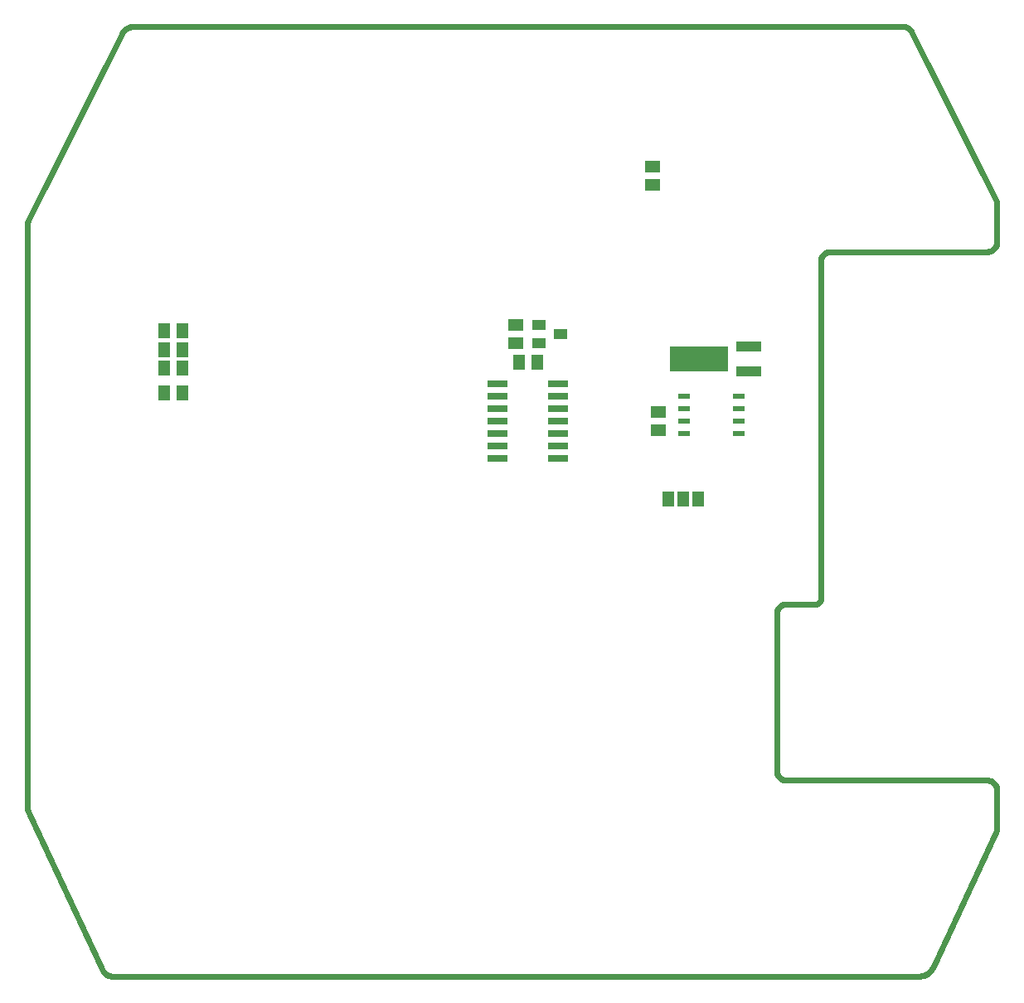
<source format=gbp>
G75*
%MOIN*%
%OFA0B0*%
%FSLAX25Y25*%
%IPPOS*%
%LPD*%
%AMOC8*
5,1,8,0,0,1.08239X$1,22.5*
%
%ADD10C,0.00600*%
%ADD11C,0.02400*%
%ADD12R,0.05118X0.05906*%
%ADD13R,0.08000X0.02600*%
%ADD14R,0.04724X0.02362*%
%ADD15R,0.09843X0.03937*%
%ADD16R,0.23622X0.09843*%
%ADD17R,0.05906X0.05118*%
%ADD18R,0.04600X0.06300*%
%ADD19R,0.05512X0.03937*%
D10*
X0399100Y0314100D02*
X0399240Y0314102D01*
X0399380Y0314108D01*
X0399520Y0314118D01*
X0399660Y0314131D01*
X0399799Y0314149D01*
X0399938Y0314171D01*
X0400075Y0314196D01*
X0400213Y0314225D01*
X0400349Y0314258D01*
X0400484Y0314295D01*
X0400618Y0314336D01*
X0400751Y0314381D01*
X0400883Y0314429D01*
X0401013Y0314481D01*
X0401142Y0314536D01*
X0401269Y0314595D01*
X0401395Y0314658D01*
X0401519Y0314724D01*
X0401640Y0314793D01*
X0401760Y0314866D01*
X0401878Y0314943D01*
X0401993Y0315022D01*
X0402107Y0315105D01*
X0402217Y0315191D01*
X0402326Y0315280D01*
X0402432Y0315372D01*
X0402535Y0315467D01*
X0402636Y0315564D01*
X0402733Y0315665D01*
X0402828Y0315768D01*
X0402920Y0315874D01*
X0403009Y0315983D01*
X0403095Y0316093D01*
X0403178Y0316207D01*
X0403257Y0316322D01*
X0403334Y0316440D01*
X0403407Y0316560D01*
X0403476Y0316681D01*
X0403542Y0316805D01*
X0403605Y0316931D01*
X0403664Y0317058D01*
X0403719Y0317187D01*
X0403771Y0317317D01*
X0403819Y0317449D01*
X0403864Y0317582D01*
X0403905Y0317716D01*
X0403942Y0317851D01*
X0403975Y0317987D01*
X0404004Y0318125D01*
X0404029Y0318262D01*
X0404051Y0318401D01*
X0404069Y0318540D01*
X0404082Y0318680D01*
X0404092Y0318820D01*
X0404098Y0318960D01*
X0404100Y0319100D01*
X0404098Y0318960D01*
X0404092Y0318820D01*
X0404082Y0318680D01*
X0404069Y0318540D01*
X0404051Y0318401D01*
X0404029Y0318262D01*
X0404004Y0318125D01*
X0403975Y0317987D01*
X0403942Y0317851D01*
X0403905Y0317716D01*
X0403864Y0317582D01*
X0403819Y0317449D01*
X0403771Y0317317D01*
X0403719Y0317187D01*
X0403664Y0317058D01*
X0403605Y0316931D01*
X0403542Y0316805D01*
X0403476Y0316681D01*
X0403407Y0316560D01*
X0403334Y0316440D01*
X0403257Y0316322D01*
X0403178Y0316207D01*
X0403095Y0316093D01*
X0403009Y0315983D01*
X0402920Y0315874D01*
X0402828Y0315768D01*
X0402733Y0315665D01*
X0402636Y0315564D01*
X0402535Y0315467D01*
X0402432Y0315372D01*
X0402326Y0315280D01*
X0402217Y0315191D01*
X0402107Y0315105D01*
X0401993Y0315022D01*
X0401878Y0314943D01*
X0401760Y0314866D01*
X0401640Y0314793D01*
X0401519Y0314724D01*
X0401395Y0314658D01*
X0401269Y0314595D01*
X0401142Y0314536D01*
X0401013Y0314481D01*
X0400883Y0314429D01*
X0400751Y0314381D01*
X0400618Y0314336D01*
X0400484Y0314295D01*
X0400349Y0314258D01*
X0400213Y0314225D01*
X0400075Y0314196D01*
X0399938Y0314171D01*
X0399799Y0314149D01*
X0399660Y0314131D01*
X0399520Y0314118D01*
X0399380Y0314108D01*
X0399240Y0314102D01*
X0399100Y0314100D01*
D11*
X0014516Y0089509D02*
X0044508Y0025587D01*
X0044565Y0025477D01*
X0044626Y0025368D01*
X0044690Y0025262D01*
X0044758Y0025157D01*
X0044829Y0025055D01*
X0044903Y0024955D01*
X0044980Y0024857D01*
X0045061Y0024762D01*
X0045144Y0024669D01*
X0045230Y0024579D01*
X0045319Y0024492D01*
X0045411Y0024408D01*
X0045505Y0024327D01*
X0045602Y0024248D01*
X0045701Y0024173D01*
X0045803Y0024101D01*
X0045906Y0024032D01*
X0046012Y0023967D01*
X0046120Y0023905D01*
X0046230Y0023846D01*
X0046342Y0023791D01*
X0046455Y0023739D01*
X0046570Y0023691D01*
X0046687Y0023647D01*
X0046804Y0023606D01*
X0046923Y0023569D01*
X0047043Y0023536D01*
X0047164Y0023507D01*
X0047286Y0023482D01*
X0047409Y0023460D01*
X0047532Y0023442D01*
X0047656Y0023429D01*
X0047780Y0023419D01*
X0047904Y0023413D01*
X0048029Y0023411D01*
X0372655Y0023411D01*
X0377937Y0026676D02*
X0403656Y0082050D01*
X0403864Y0082931D02*
X0403864Y0098214D01*
X0403862Y0098338D01*
X0403856Y0098461D01*
X0403847Y0098585D01*
X0403833Y0098707D01*
X0403816Y0098830D01*
X0403794Y0098952D01*
X0403769Y0099073D01*
X0403740Y0099193D01*
X0403708Y0099312D01*
X0403671Y0099431D01*
X0403631Y0099548D01*
X0403588Y0099663D01*
X0403540Y0099778D01*
X0403489Y0099890D01*
X0403435Y0100001D01*
X0403377Y0100111D01*
X0403316Y0100218D01*
X0403251Y0100324D01*
X0403183Y0100427D01*
X0403112Y0100528D01*
X0403038Y0100627D01*
X0402961Y0100724D01*
X0402880Y0100818D01*
X0402797Y0100909D01*
X0402711Y0100998D01*
X0402622Y0101084D01*
X0402531Y0101167D01*
X0402437Y0101248D01*
X0402340Y0101325D01*
X0402241Y0101399D01*
X0402140Y0101470D01*
X0402037Y0101538D01*
X0401931Y0101603D01*
X0401824Y0101664D01*
X0401714Y0101722D01*
X0401603Y0101776D01*
X0401491Y0101827D01*
X0401376Y0101875D01*
X0401261Y0101918D01*
X0401144Y0101958D01*
X0401025Y0101995D01*
X0400906Y0102027D01*
X0400786Y0102056D01*
X0400665Y0102081D01*
X0400543Y0102103D01*
X0400420Y0102120D01*
X0400298Y0102134D01*
X0400174Y0102143D01*
X0400051Y0102149D01*
X0399927Y0102151D01*
X0319218Y0102151D01*
X0319094Y0102153D01*
X0318971Y0102159D01*
X0318847Y0102168D01*
X0318725Y0102182D01*
X0318602Y0102199D01*
X0318480Y0102221D01*
X0318359Y0102246D01*
X0318239Y0102275D01*
X0318120Y0102307D01*
X0318001Y0102344D01*
X0317884Y0102384D01*
X0317769Y0102427D01*
X0317654Y0102475D01*
X0317542Y0102526D01*
X0317431Y0102580D01*
X0317321Y0102638D01*
X0317214Y0102699D01*
X0317108Y0102764D01*
X0317005Y0102832D01*
X0316904Y0102903D01*
X0316805Y0102977D01*
X0316708Y0103054D01*
X0316614Y0103135D01*
X0316523Y0103218D01*
X0316434Y0103304D01*
X0316348Y0103393D01*
X0316265Y0103484D01*
X0316184Y0103578D01*
X0316107Y0103675D01*
X0316033Y0103774D01*
X0315962Y0103875D01*
X0315894Y0103978D01*
X0315829Y0104084D01*
X0315768Y0104191D01*
X0315710Y0104301D01*
X0315656Y0104412D01*
X0315605Y0104524D01*
X0315557Y0104639D01*
X0315514Y0104754D01*
X0315474Y0104871D01*
X0315437Y0104990D01*
X0315405Y0105109D01*
X0315376Y0105229D01*
X0315351Y0105350D01*
X0315329Y0105472D01*
X0315312Y0105595D01*
X0315298Y0105717D01*
X0315289Y0105841D01*
X0315283Y0105964D01*
X0315281Y0106088D01*
X0315281Y0169080D01*
X0315283Y0169204D01*
X0315289Y0169327D01*
X0315298Y0169451D01*
X0315312Y0169573D01*
X0315329Y0169696D01*
X0315351Y0169818D01*
X0315376Y0169939D01*
X0315405Y0170059D01*
X0315437Y0170178D01*
X0315474Y0170297D01*
X0315514Y0170414D01*
X0315557Y0170529D01*
X0315605Y0170644D01*
X0315656Y0170756D01*
X0315710Y0170867D01*
X0315768Y0170977D01*
X0315829Y0171084D01*
X0315894Y0171190D01*
X0315962Y0171293D01*
X0316033Y0171394D01*
X0316107Y0171493D01*
X0316184Y0171590D01*
X0316265Y0171684D01*
X0316348Y0171775D01*
X0316434Y0171864D01*
X0316523Y0171950D01*
X0316614Y0172033D01*
X0316708Y0172114D01*
X0316805Y0172191D01*
X0316904Y0172265D01*
X0317005Y0172336D01*
X0317108Y0172404D01*
X0317214Y0172469D01*
X0317321Y0172530D01*
X0317431Y0172588D01*
X0317542Y0172642D01*
X0317654Y0172693D01*
X0317769Y0172741D01*
X0317884Y0172784D01*
X0318001Y0172824D01*
X0318120Y0172861D01*
X0318239Y0172893D01*
X0318359Y0172922D01*
X0318480Y0172947D01*
X0318602Y0172969D01*
X0318725Y0172986D01*
X0318847Y0173000D01*
X0318971Y0173009D01*
X0319094Y0173015D01*
X0319218Y0173017D01*
X0331029Y0173017D01*
X0331115Y0173019D01*
X0331201Y0173024D01*
X0331286Y0173034D01*
X0331371Y0173047D01*
X0331455Y0173064D01*
X0331539Y0173084D01*
X0331621Y0173108D01*
X0331702Y0173136D01*
X0331783Y0173167D01*
X0331861Y0173201D01*
X0331938Y0173239D01*
X0332014Y0173281D01*
X0332087Y0173325D01*
X0332158Y0173373D01*
X0332228Y0173424D01*
X0332295Y0173478D01*
X0332359Y0173534D01*
X0332421Y0173594D01*
X0332481Y0173656D01*
X0332537Y0173720D01*
X0332591Y0173787D01*
X0332642Y0173857D01*
X0332690Y0173928D01*
X0332734Y0174002D01*
X0332776Y0174077D01*
X0332814Y0174154D01*
X0332848Y0174232D01*
X0332879Y0174313D01*
X0332907Y0174394D01*
X0332931Y0174476D01*
X0332951Y0174560D01*
X0332968Y0174644D01*
X0332981Y0174729D01*
X0332991Y0174814D01*
X0332996Y0174900D01*
X0332998Y0174986D01*
X0332998Y0310813D01*
X0333000Y0310937D01*
X0333006Y0311060D01*
X0333015Y0311184D01*
X0333029Y0311306D01*
X0333046Y0311429D01*
X0333068Y0311551D01*
X0333093Y0311672D01*
X0333122Y0311792D01*
X0333154Y0311911D01*
X0333191Y0312030D01*
X0333231Y0312147D01*
X0333274Y0312262D01*
X0333322Y0312377D01*
X0333373Y0312489D01*
X0333427Y0312600D01*
X0333485Y0312710D01*
X0333546Y0312817D01*
X0333611Y0312923D01*
X0333679Y0313026D01*
X0333750Y0313127D01*
X0333824Y0313226D01*
X0333901Y0313323D01*
X0333982Y0313417D01*
X0334065Y0313508D01*
X0334151Y0313597D01*
X0334240Y0313683D01*
X0334331Y0313766D01*
X0334425Y0313847D01*
X0334522Y0313924D01*
X0334621Y0313998D01*
X0334722Y0314069D01*
X0334825Y0314137D01*
X0334931Y0314202D01*
X0335038Y0314263D01*
X0335148Y0314321D01*
X0335259Y0314375D01*
X0335371Y0314426D01*
X0335486Y0314474D01*
X0335601Y0314517D01*
X0335718Y0314557D01*
X0335837Y0314594D01*
X0335956Y0314626D01*
X0336076Y0314655D01*
X0336197Y0314680D01*
X0336319Y0314702D01*
X0336442Y0314719D01*
X0336564Y0314733D01*
X0336688Y0314742D01*
X0336811Y0314748D01*
X0336935Y0314750D01*
X0399927Y0314750D01*
X0400051Y0314752D01*
X0400174Y0314758D01*
X0400298Y0314767D01*
X0400420Y0314781D01*
X0400543Y0314798D01*
X0400665Y0314820D01*
X0400786Y0314845D01*
X0400906Y0314874D01*
X0401025Y0314906D01*
X0401144Y0314943D01*
X0401261Y0314983D01*
X0401376Y0315026D01*
X0401491Y0315074D01*
X0401603Y0315125D01*
X0401714Y0315179D01*
X0401824Y0315237D01*
X0401931Y0315298D01*
X0402037Y0315363D01*
X0402140Y0315431D01*
X0402241Y0315502D01*
X0402340Y0315576D01*
X0402437Y0315653D01*
X0402531Y0315734D01*
X0402622Y0315817D01*
X0402711Y0315903D01*
X0402797Y0315992D01*
X0402880Y0316083D01*
X0402961Y0316177D01*
X0403038Y0316274D01*
X0403112Y0316373D01*
X0403183Y0316474D01*
X0403251Y0316577D01*
X0403316Y0316683D01*
X0403377Y0316790D01*
X0403435Y0316900D01*
X0403489Y0317011D01*
X0403540Y0317123D01*
X0403588Y0317238D01*
X0403631Y0317353D01*
X0403671Y0317470D01*
X0403708Y0317589D01*
X0403740Y0317708D01*
X0403769Y0317828D01*
X0403794Y0317949D01*
X0403816Y0318071D01*
X0403833Y0318194D01*
X0403847Y0318316D01*
X0403856Y0318440D01*
X0403862Y0318563D01*
X0403864Y0318687D01*
X0403864Y0333970D01*
X0403656Y0334850D02*
X0369519Y0403124D01*
X0369519Y0403125D02*
X0369462Y0403235D01*
X0369401Y0403344D01*
X0369337Y0403450D01*
X0369269Y0403555D01*
X0369198Y0403657D01*
X0369124Y0403757D01*
X0369047Y0403855D01*
X0368966Y0403950D01*
X0368883Y0404043D01*
X0368797Y0404133D01*
X0368708Y0404220D01*
X0368616Y0404304D01*
X0368522Y0404385D01*
X0368425Y0404464D01*
X0368326Y0404539D01*
X0368224Y0404611D01*
X0368121Y0404680D01*
X0368015Y0404745D01*
X0367907Y0404807D01*
X0367797Y0404866D01*
X0367685Y0404921D01*
X0367572Y0404973D01*
X0367457Y0405021D01*
X0367340Y0405065D01*
X0367223Y0405106D01*
X0367104Y0405143D01*
X0366984Y0405176D01*
X0366863Y0405205D01*
X0366741Y0405230D01*
X0366618Y0405252D01*
X0366495Y0405270D01*
X0366371Y0405283D01*
X0366247Y0405293D01*
X0366123Y0405299D01*
X0365998Y0405301D01*
X0056911Y0405301D01*
X0051931Y0402223D02*
X0014516Y0327392D01*
X0014100Y0325631D02*
X0014100Y0091270D01*
X0014102Y0091148D01*
X0014108Y0091027D01*
X0014117Y0090905D01*
X0014130Y0090784D01*
X0014147Y0090664D01*
X0014168Y0090544D01*
X0014192Y0090425D01*
X0014220Y0090306D01*
X0014251Y0090189D01*
X0014287Y0090072D01*
X0014325Y0089957D01*
X0014368Y0089843D01*
X0014414Y0089730D01*
X0014463Y0089619D01*
X0014516Y0089509D01*
X0014463Y0089619D01*
X0014414Y0089730D01*
X0014368Y0089843D01*
X0014325Y0089957D01*
X0014287Y0090072D01*
X0014251Y0090189D01*
X0014220Y0090306D01*
X0014192Y0090425D01*
X0014168Y0090544D01*
X0014147Y0090664D01*
X0014130Y0090784D01*
X0014117Y0090905D01*
X0014108Y0091027D01*
X0014102Y0091148D01*
X0014100Y0091270D01*
X0044508Y0025587D02*
X0044565Y0025477D01*
X0044626Y0025368D01*
X0044690Y0025262D01*
X0044758Y0025157D01*
X0044829Y0025055D01*
X0044903Y0024955D01*
X0044980Y0024857D01*
X0045061Y0024762D01*
X0045144Y0024669D01*
X0045230Y0024579D01*
X0045319Y0024492D01*
X0045411Y0024408D01*
X0045505Y0024327D01*
X0045602Y0024248D01*
X0045701Y0024173D01*
X0045803Y0024101D01*
X0045906Y0024032D01*
X0046012Y0023967D01*
X0046120Y0023905D01*
X0046230Y0023846D01*
X0046342Y0023791D01*
X0046455Y0023739D01*
X0046570Y0023691D01*
X0046687Y0023647D01*
X0046804Y0023606D01*
X0046923Y0023569D01*
X0047043Y0023536D01*
X0047164Y0023507D01*
X0047286Y0023482D01*
X0047409Y0023460D01*
X0047532Y0023442D01*
X0047656Y0023429D01*
X0047780Y0023419D01*
X0047904Y0023413D01*
X0048029Y0023411D01*
X0315281Y0106088D02*
X0315283Y0105964D01*
X0315289Y0105841D01*
X0315298Y0105717D01*
X0315312Y0105595D01*
X0315329Y0105472D01*
X0315351Y0105350D01*
X0315376Y0105229D01*
X0315405Y0105109D01*
X0315437Y0104990D01*
X0315474Y0104871D01*
X0315514Y0104754D01*
X0315557Y0104639D01*
X0315605Y0104524D01*
X0315656Y0104412D01*
X0315710Y0104301D01*
X0315768Y0104191D01*
X0315829Y0104084D01*
X0315894Y0103978D01*
X0315962Y0103875D01*
X0316033Y0103774D01*
X0316107Y0103675D01*
X0316184Y0103578D01*
X0316265Y0103484D01*
X0316348Y0103393D01*
X0316434Y0103304D01*
X0316523Y0103218D01*
X0316614Y0103135D01*
X0316708Y0103054D01*
X0316805Y0102977D01*
X0316904Y0102903D01*
X0317005Y0102832D01*
X0317108Y0102764D01*
X0317214Y0102699D01*
X0317321Y0102638D01*
X0317431Y0102580D01*
X0317542Y0102526D01*
X0317654Y0102475D01*
X0317769Y0102427D01*
X0317884Y0102384D01*
X0318001Y0102344D01*
X0318120Y0102307D01*
X0318239Y0102275D01*
X0318359Y0102246D01*
X0318480Y0102221D01*
X0318602Y0102199D01*
X0318725Y0102182D01*
X0318847Y0102168D01*
X0318971Y0102159D01*
X0319094Y0102153D01*
X0319218Y0102151D01*
X0315281Y0169080D02*
X0315283Y0169204D01*
X0315289Y0169327D01*
X0315298Y0169451D01*
X0315312Y0169573D01*
X0315329Y0169696D01*
X0315351Y0169818D01*
X0315376Y0169939D01*
X0315405Y0170059D01*
X0315437Y0170178D01*
X0315474Y0170297D01*
X0315514Y0170414D01*
X0315557Y0170529D01*
X0315605Y0170644D01*
X0315656Y0170756D01*
X0315710Y0170867D01*
X0315768Y0170977D01*
X0315829Y0171084D01*
X0315894Y0171190D01*
X0315962Y0171293D01*
X0316033Y0171394D01*
X0316107Y0171493D01*
X0316184Y0171590D01*
X0316265Y0171684D01*
X0316348Y0171775D01*
X0316434Y0171864D01*
X0316523Y0171950D01*
X0316614Y0172033D01*
X0316708Y0172114D01*
X0316805Y0172191D01*
X0316904Y0172265D01*
X0317005Y0172336D01*
X0317108Y0172404D01*
X0317214Y0172469D01*
X0317321Y0172530D01*
X0317431Y0172588D01*
X0317542Y0172642D01*
X0317654Y0172693D01*
X0317769Y0172741D01*
X0317884Y0172784D01*
X0318001Y0172824D01*
X0318120Y0172861D01*
X0318239Y0172893D01*
X0318359Y0172922D01*
X0318480Y0172947D01*
X0318602Y0172969D01*
X0318725Y0172986D01*
X0318847Y0173000D01*
X0318971Y0173009D01*
X0319094Y0173015D01*
X0319218Y0173017D01*
X0331029Y0173017D02*
X0331115Y0173019D01*
X0331201Y0173024D01*
X0331286Y0173034D01*
X0331371Y0173047D01*
X0331455Y0173064D01*
X0331539Y0173084D01*
X0331621Y0173108D01*
X0331702Y0173136D01*
X0331783Y0173167D01*
X0331861Y0173201D01*
X0331938Y0173239D01*
X0332014Y0173281D01*
X0332087Y0173325D01*
X0332158Y0173373D01*
X0332228Y0173424D01*
X0332295Y0173478D01*
X0332359Y0173534D01*
X0332421Y0173594D01*
X0332481Y0173656D01*
X0332537Y0173720D01*
X0332591Y0173787D01*
X0332642Y0173857D01*
X0332690Y0173928D01*
X0332734Y0174002D01*
X0332776Y0174077D01*
X0332814Y0174154D01*
X0332848Y0174232D01*
X0332879Y0174313D01*
X0332907Y0174394D01*
X0332931Y0174476D01*
X0332951Y0174560D01*
X0332968Y0174644D01*
X0332981Y0174729D01*
X0332991Y0174814D01*
X0332996Y0174900D01*
X0332998Y0174986D01*
X0399927Y0102151D02*
X0400051Y0102149D01*
X0400174Y0102143D01*
X0400298Y0102134D01*
X0400420Y0102120D01*
X0400543Y0102103D01*
X0400665Y0102081D01*
X0400786Y0102056D01*
X0400906Y0102027D01*
X0401025Y0101995D01*
X0401144Y0101958D01*
X0401261Y0101918D01*
X0401376Y0101875D01*
X0401491Y0101827D01*
X0401603Y0101776D01*
X0401714Y0101722D01*
X0401824Y0101664D01*
X0401931Y0101603D01*
X0402037Y0101538D01*
X0402140Y0101470D01*
X0402241Y0101399D01*
X0402340Y0101325D01*
X0402437Y0101248D01*
X0402531Y0101167D01*
X0402622Y0101084D01*
X0402711Y0100998D01*
X0402797Y0100909D01*
X0402880Y0100818D01*
X0402961Y0100724D01*
X0403038Y0100627D01*
X0403112Y0100528D01*
X0403183Y0100427D01*
X0403251Y0100324D01*
X0403316Y0100218D01*
X0403377Y0100111D01*
X0403435Y0100001D01*
X0403489Y0099890D01*
X0403540Y0099778D01*
X0403588Y0099663D01*
X0403631Y0099548D01*
X0403671Y0099431D01*
X0403708Y0099312D01*
X0403740Y0099193D01*
X0403769Y0099073D01*
X0403794Y0098952D01*
X0403816Y0098830D01*
X0403833Y0098707D01*
X0403847Y0098585D01*
X0403856Y0098461D01*
X0403862Y0098338D01*
X0403864Y0098214D01*
X0403864Y0082931D02*
X0403862Y0082848D01*
X0403857Y0082765D01*
X0403848Y0082683D01*
X0403836Y0082601D01*
X0403820Y0082519D01*
X0403801Y0082438D01*
X0403779Y0082358D01*
X0403753Y0082280D01*
X0403724Y0082202D01*
X0403692Y0082125D01*
X0403656Y0082050D01*
X0403692Y0082125D01*
X0403724Y0082202D01*
X0403753Y0082280D01*
X0403779Y0082358D01*
X0403801Y0082438D01*
X0403820Y0082519D01*
X0403836Y0082601D01*
X0403848Y0082683D01*
X0403857Y0082765D01*
X0403862Y0082848D01*
X0403864Y0082931D01*
X0377937Y0026676D02*
X0377868Y0026541D01*
X0377795Y0026407D01*
X0377718Y0026276D01*
X0377638Y0026147D01*
X0377555Y0026019D01*
X0377468Y0025894D01*
X0377378Y0025772D01*
X0377286Y0025651D01*
X0377190Y0025533D01*
X0377091Y0025418D01*
X0376989Y0025305D01*
X0376884Y0025195D01*
X0376777Y0025087D01*
X0376666Y0024982D01*
X0376553Y0024880D01*
X0376438Y0024782D01*
X0376320Y0024686D01*
X0376200Y0024593D01*
X0376077Y0024503D01*
X0375952Y0024417D01*
X0375824Y0024333D01*
X0375695Y0024254D01*
X0375564Y0024177D01*
X0375430Y0024104D01*
X0375295Y0024034D01*
X0375158Y0023968D01*
X0375020Y0023905D01*
X0374880Y0023846D01*
X0374738Y0023791D01*
X0374595Y0023739D01*
X0374451Y0023691D01*
X0374305Y0023646D01*
X0374159Y0023606D01*
X0374011Y0023569D01*
X0373863Y0023536D01*
X0373714Y0023507D01*
X0373564Y0023481D01*
X0373413Y0023460D01*
X0373262Y0023442D01*
X0373111Y0023429D01*
X0372959Y0023419D01*
X0372807Y0023413D01*
X0372655Y0023411D01*
X0372807Y0023413D01*
X0372959Y0023419D01*
X0373111Y0023429D01*
X0373262Y0023442D01*
X0373413Y0023460D01*
X0373564Y0023481D01*
X0373714Y0023507D01*
X0373863Y0023536D01*
X0374011Y0023569D01*
X0374159Y0023606D01*
X0374305Y0023646D01*
X0374451Y0023691D01*
X0374595Y0023739D01*
X0374738Y0023791D01*
X0374880Y0023846D01*
X0375020Y0023905D01*
X0375158Y0023968D01*
X0375295Y0024034D01*
X0375430Y0024104D01*
X0375564Y0024177D01*
X0375695Y0024254D01*
X0375824Y0024333D01*
X0375952Y0024417D01*
X0376077Y0024503D01*
X0376200Y0024593D01*
X0376320Y0024686D01*
X0376438Y0024782D01*
X0376553Y0024880D01*
X0376666Y0024982D01*
X0376777Y0025087D01*
X0376884Y0025195D01*
X0376989Y0025305D01*
X0377091Y0025418D01*
X0377190Y0025533D01*
X0377286Y0025651D01*
X0377378Y0025772D01*
X0377468Y0025894D01*
X0377555Y0026019D01*
X0377638Y0026147D01*
X0377718Y0026276D01*
X0377795Y0026407D01*
X0377868Y0026541D01*
X0377937Y0026676D01*
X0332998Y0310813D02*
X0333000Y0310937D01*
X0333006Y0311060D01*
X0333015Y0311184D01*
X0333029Y0311306D01*
X0333046Y0311429D01*
X0333068Y0311551D01*
X0333093Y0311672D01*
X0333122Y0311792D01*
X0333154Y0311911D01*
X0333191Y0312030D01*
X0333231Y0312147D01*
X0333274Y0312262D01*
X0333322Y0312377D01*
X0333373Y0312489D01*
X0333427Y0312600D01*
X0333485Y0312710D01*
X0333546Y0312817D01*
X0333611Y0312923D01*
X0333679Y0313026D01*
X0333750Y0313127D01*
X0333824Y0313226D01*
X0333901Y0313323D01*
X0333982Y0313417D01*
X0334065Y0313508D01*
X0334151Y0313597D01*
X0334240Y0313683D01*
X0334331Y0313766D01*
X0334425Y0313847D01*
X0334522Y0313924D01*
X0334621Y0313998D01*
X0334722Y0314069D01*
X0334825Y0314137D01*
X0334931Y0314202D01*
X0335038Y0314263D01*
X0335148Y0314321D01*
X0335259Y0314375D01*
X0335371Y0314426D01*
X0335486Y0314474D01*
X0335601Y0314517D01*
X0335718Y0314557D01*
X0335837Y0314594D01*
X0335956Y0314626D01*
X0336076Y0314655D01*
X0336197Y0314680D01*
X0336319Y0314702D01*
X0336442Y0314719D01*
X0336564Y0314733D01*
X0336688Y0314742D01*
X0336811Y0314748D01*
X0336935Y0314750D01*
X0399927Y0314750D02*
X0400051Y0314752D01*
X0400174Y0314758D01*
X0400298Y0314767D01*
X0400420Y0314781D01*
X0400543Y0314798D01*
X0400665Y0314820D01*
X0400786Y0314845D01*
X0400906Y0314874D01*
X0401025Y0314906D01*
X0401144Y0314943D01*
X0401261Y0314983D01*
X0401376Y0315026D01*
X0401491Y0315074D01*
X0401603Y0315125D01*
X0401714Y0315179D01*
X0401824Y0315237D01*
X0401931Y0315298D01*
X0402037Y0315363D01*
X0402140Y0315431D01*
X0402241Y0315502D01*
X0402340Y0315576D01*
X0402437Y0315653D01*
X0402531Y0315734D01*
X0402622Y0315817D01*
X0402711Y0315903D01*
X0402797Y0315992D01*
X0402880Y0316083D01*
X0402961Y0316177D01*
X0403038Y0316274D01*
X0403112Y0316373D01*
X0403183Y0316474D01*
X0403251Y0316577D01*
X0403316Y0316683D01*
X0403377Y0316790D01*
X0403435Y0316900D01*
X0403489Y0317011D01*
X0403540Y0317123D01*
X0403588Y0317238D01*
X0403631Y0317353D01*
X0403671Y0317470D01*
X0403708Y0317589D01*
X0403740Y0317708D01*
X0403769Y0317828D01*
X0403794Y0317949D01*
X0403816Y0318071D01*
X0403833Y0318194D01*
X0403847Y0318316D01*
X0403856Y0318440D01*
X0403862Y0318563D01*
X0403864Y0318687D01*
X0403864Y0333970D02*
X0403862Y0334053D01*
X0403857Y0334136D01*
X0403848Y0334218D01*
X0403836Y0334300D01*
X0403820Y0334382D01*
X0403801Y0334463D01*
X0403779Y0334543D01*
X0403753Y0334621D01*
X0403724Y0334699D01*
X0403692Y0334776D01*
X0403656Y0334851D01*
X0403692Y0334776D01*
X0403724Y0334699D01*
X0403753Y0334621D01*
X0403779Y0334543D01*
X0403801Y0334463D01*
X0403820Y0334382D01*
X0403836Y0334300D01*
X0403848Y0334218D01*
X0403857Y0334136D01*
X0403862Y0334053D01*
X0403864Y0333970D01*
X0369519Y0403125D02*
X0369462Y0403235D01*
X0369401Y0403344D01*
X0369337Y0403450D01*
X0369269Y0403555D01*
X0369198Y0403657D01*
X0369124Y0403757D01*
X0369047Y0403855D01*
X0368966Y0403950D01*
X0368883Y0404043D01*
X0368797Y0404133D01*
X0368708Y0404220D01*
X0368616Y0404304D01*
X0368522Y0404385D01*
X0368425Y0404464D01*
X0368326Y0404539D01*
X0368224Y0404611D01*
X0368121Y0404680D01*
X0368015Y0404745D01*
X0367907Y0404807D01*
X0367797Y0404866D01*
X0367685Y0404921D01*
X0367572Y0404973D01*
X0367457Y0405021D01*
X0367340Y0405065D01*
X0367223Y0405106D01*
X0367104Y0405143D01*
X0366984Y0405176D01*
X0366863Y0405205D01*
X0366741Y0405230D01*
X0366618Y0405252D01*
X0366495Y0405270D01*
X0366371Y0405283D01*
X0366247Y0405293D01*
X0366123Y0405299D01*
X0365998Y0405301D01*
X0056911Y0405301D02*
X0056764Y0405299D01*
X0056618Y0405293D01*
X0056471Y0405284D01*
X0056325Y0405270D01*
X0056179Y0405253D01*
X0056034Y0405232D01*
X0055889Y0405206D01*
X0055745Y0405178D01*
X0055602Y0405145D01*
X0055460Y0405109D01*
X0055319Y0405069D01*
X0055179Y0405025D01*
X0055040Y0404977D01*
X0054902Y0404926D01*
X0054766Y0404871D01*
X0054632Y0404813D01*
X0054498Y0404751D01*
X0054367Y0404686D01*
X0054237Y0404617D01*
X0054110Y0404545D01*
X0053984Y0404469D01*
X0053860Y0404391D01*
X0053738Y0404309D01*
X0053619Y0404223D01*
X0053501Y0404135D01*
X0053387Y0404044D01*
X0053274Y0403949D01*
X0053164Y0403852D01*
X0053057Y0403752D01*
X0052953Y0403649D01*
X0052851Y0403543D01*
X0052752Y0403435D01*
X0052656Y0403324D01*
X0052562Y0403210D01*
X0052472Y0403095D01*
X0052385Y0402976D01*
X0052301Y0402856D01*
X0052221Y0402733D01*
X0052143Y0402609D01*
X0052069Y0402482D01*
X0051998Y0402353D01*
X0051931Y0402223D01*
X0051998Y0402353D01*
X0052069Y0402482D01*
X0052143Y0402609D01*
X0052221Y0402733D01*
X0052301Y0402856D01*
X0052385Y0402976D01*
X0052472Y0403095D01*
X0052562Y0403210D01*
X0052656Y0403324D01*
X0052752Y0403435D01*
X0052851Y0403543D01*
X0052953Y0403649D01*
X0053057Y0403752D01*
X0053164Y0403852D01*
X0053274Y0403949D01*
X0053387Y0404044D01*
X0053501Y0404135D01*
X0053619Y0404223D01*
X0053738Y0404309D01*
X0053860Y0404391D01*
X0053984Y0404469D01*
X0054110Y0404545D01*
X0054237Y0404617D01*
X0054367Y0404686D01*
X0054498Y0404751D01*
X0054632Y0404813D01*
X0054766Y0404871D01*
X0054902Y0404926D01*
X0055040Y0404977D01*
X0055179Y0405025D01*
X0055319Y0405069D01*
X0055460Y0405109D01*
X0055602Y0405145D01*
X0055745Y0405178D01*
X0055889Y0405206D01*
X0056034Y0405232D01*
X0056179Y0405253D01*
X0056325Y0405270D01*
X0056471Y0405284D01*
X0056618Y0405293D01*
X0056764Y0405299D01*
X0056911Y0405301D01*
X0014516Y0327392D02*
X0014463Y0327282D01*
X0014414Y0327171D01*
X0014368Y0327058D01*
X0014325Y0326944D01*
X0014287Y0326829D01*
X0014251Y0326712D01*
X0014220Y0326595D01*
X0014192Y0326476D01*
X0014168Y0326357D01*
X0014147Y0326237D01*
X0014130Y0326117D01*
X0014117Y0325996D01*
X0014108Y0325874D01*
X0014102Y0325753D01*
X0014100Y0325631D01*
X0014102Y0325753D01*
X0014108Y0325874D01*
X0014117Y0325996D01*
X0014130Y0326117D01*
X0014147Y0326237D01*
X0014168Y0326357D01*
X0014192Y0326476D01*
X0014220Y0326595D01*
X0014251Y0326712D01*
X0014287Y0326829D01*
X0014325Y0326944D01*
X0014368Y0327058D01*
X0014414Y0327171D01*
X0014463Y0327282D01*
X0014516Y0327392D01*
D12*
X0069110Y0282850D03*
X0076590Y0282850D03*
X0076590Y0275350D03*
X0069110Y0275350D03*
X0069110Y0267850D03*
X0076590Y0267850D03*
X0076590Y0257850D03*
X0069110Y0257850D03*
X0211610Y0270350D03*
X0219090Y0270350D03*
D13*
X0227450Y0261600D03*
X0227450Y0256600D03*
X0227450Y0251600D03*
X0227450Y0246600D03*
X0227450Y0241600D03*
X0227450Y0236600D03*
X0227450Y0231600D03*
X0203250Y0231600D03*
X0203250Y0236600D03*
X0203250Y0241600D03*
X0203250Y0246600D03*
X0203250Y0251600D03*
X0203250Y0256600D03*
X0203250Y0261600D03*
D14*
X0278076Y0256600D03*
X0278076Y0251600D03*
X0278076Y0246600D03*
X0278076Y0241600D03*
X0300124Y0241600D03*
X0300124Y0246600D03*
X0300124Y0251600D03*
X0300124Y0256600D03*
D15*
X0304100Y0266600D03*
X0304100Y0276600D03*
D16*
X0284100Y0271600D03*
D17*
X0267850Y0250340D03*
X0267850Y0242860D03*
X0210350Y0277860D03*
X0210350Y0285340D03*
X0265350Y0341610D03*
X0265350Y0349090D03*
D18*
X0271850Y0215350D03*
X0277850Y0215350D03*
X0283850Y0215350D03*
D19*
X0219769Y0277860D03*
X0219769Y0285340D03*
X0228431Y0281600D03*
M02*

</source>
